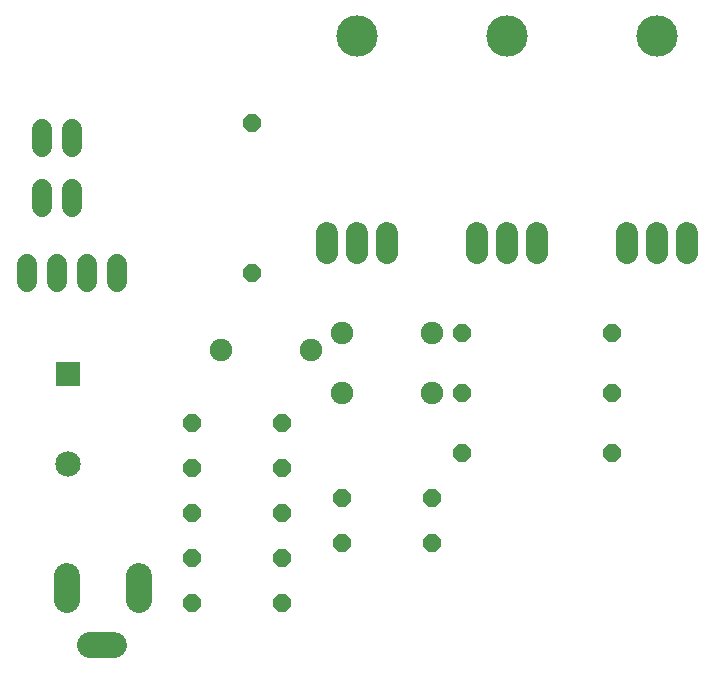
<source format=gbr>
G04 EAGLE Gerber RS-274X export*
G75*
%MOMM*%
%FSLAX34Y34*%
%LPD*%
%INSoldermask Bottom*%
%IPPOS*%
%AMOC8*
5,1,8,0,0,1.08239X$1,22.5*%
G01*
%ADD10C,1.727200*%
%ADD11C,1.903200*%
%ADD12R,2.153200X2.153200*%
%ADD13C,2.153200*%
%ADD14C,2.203200*%
%ADD15C,1.879600*%
%ADD16C,3.505200*%
%ADD17P,1.649562X8X22.500000*%
%ADD18P,1.649562X8X202.500000*%
%ADD19P,1.649562X8X112.500000*%


D10*
X50800Y449580D02*
X50800Y464820D01*
X76200Y464820D02*
X76200Y449580D01*
D11*
X381000Y292100D03*
X304800Y292100D03*
X381000Y241300D03*
X304800Y241300D03*
X278130Y278130D03*
X201930Y278130D03*
D12*
X72390Y257810D03*
D13*
X72390Y181610D03*
D14*
X132600Y86200D02*
X132600Y66200D01*
X71600Y66200D02*
X71600Y86200D01*
X91600Y28200D02*
X111600Y28200D01*
D10*
X38100Y335280D02*
X38100Y350520D01*
X63500Y350520D02*
X63500Y335280D01*
X88900Y335280D02*
X88900Y350520D01*
X114300Y350520D02*
X114300Y335280D01*
X50800Y398780D02*
X50800Y414020D01*
X76200Y414020D02*
X76200Y398780D01*
D15*
X292100Y376682D02*
X292100Y359918D01*
X317500Y359918D02*
X317500Y376682D01*
X342900Y376682D02*
X342900Y359918D01*
D16*
X317500Y543560D03*
D15*
X419100Y376682D02*
X419100Y359918D01*
X444500Y359918D02*
X444500Y376682D01*
X469900Y376682D02*
X469900Y359918D01*
D16*
X444500Y543560D03*
D15*
X546100Y376682D02*
X546100Y359918D01*
X571500Y359918D02*
X571500Y376682D01*
X596900Y376682D02*
X596900Y359918D01*
D16*
X571500Y543560D03*
D17*
X177800Y215900D03*
X254000Y215900D03*
D18*
X381000Y152400D03*
X304800Y152400D03*
D17*
X304800Y114300D03*
X381000Y114300D03*
D18*
X254000Y177800D03*
X177800Y177800D03*
D17*
X177800Y139700D03*
X254000Y139700D03*
D18*
X254000Y101600D03*
X177800Y101600D03*
D17*
X177800Y63500D03*
X254000Y63500D03*
D19*
X228600Y342900D03*
X228600Y469900D03*
D17*
X406400Y292100D03*
X533400Y292100D03*
X406400Y241300D03*
X533400Y241300D03*
X406400Y190500D03*
X533400Y190500D03*
M02*

</source>
